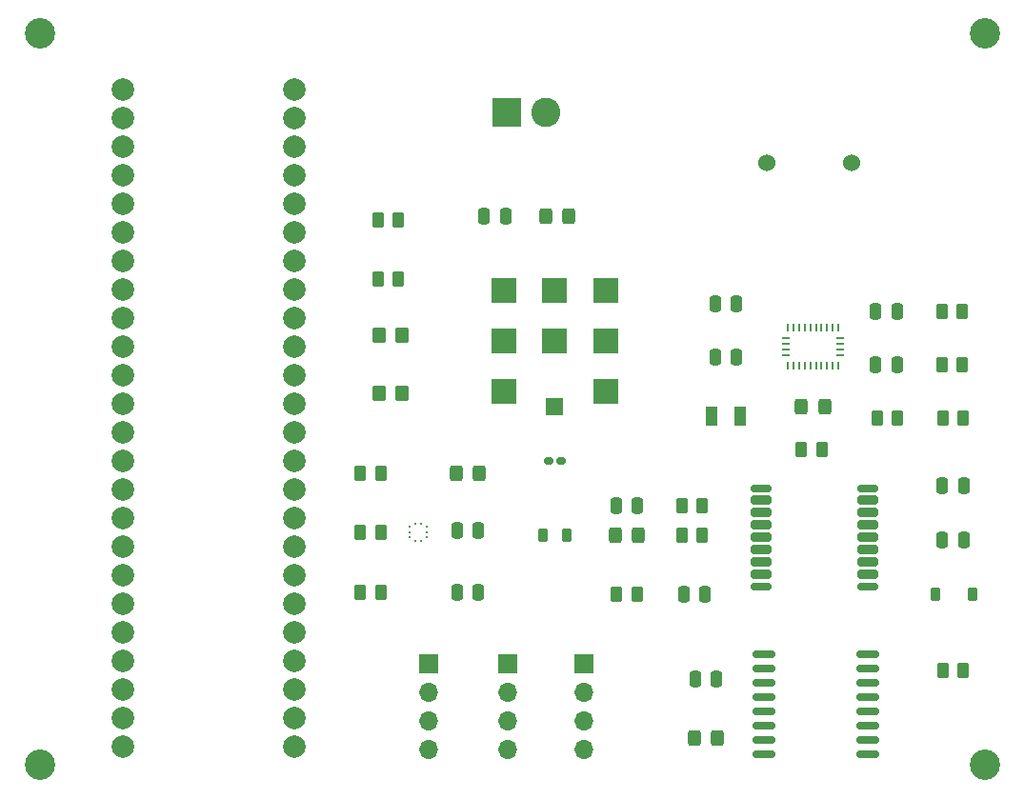
<source format=gbr>
%TF.GenerationSoftware,KiCad,Pcbnew,7.0.7*%
%TF.CreationDate,2024-01-17T20:42:02-05:00*%
%TF.ProjectId,Unified_Board,556e6966-6965-4645-9f42-6f6172642e6b,rev?*%
%TF.SameCoordinates,Original*%
%TF.FileFunction,Soldermask,Top*%
%TF.FilePolarity,Negative*%
%FSLAX46Y46*%
G04 Gerber Fmt 4.6, Leading zero omitted, Abs format (unit mm)*
G04 Created by KiCad (PCBNEW 7.0.7) date 2024-01-17 20:42:02*
%MOMM*%
%LPD*%
G01*
G04 APERTURE LIST*
G04 Aperture macros list*
%AMRoundRect*
0 Rectangle with rounded corners*
0 $1 Rounding radius*
0 $2 $3 $4 $5 $6 $7 $8 $9 X,Y pos of 4 corners*
0 Add a 4 corners polygon primitive as box body*
4,1,4,$2,$3,$4,$5,$6,$7,$8,$9,$2,$3,0*
0 Add four circle primitives for the rounded corners*
1,1,$1+$1,$2,$3*
1,1,$1+$1,$4,$5*
1,1,$1+$1,$6,$7*
1,1,$1+$1,$8,$9*
0 Add four rect primitives between the rounded corners*
20,1,$1+$1,$2,$3,$4,$5,0*
20,1,$1+$1,$4,$5,$6,$7,0*
20,1,$1+$1,$6,$7,$8,$9,0*
20,1,$1+$1,$8,$9,$2,$3,0*%
G04 Aperture macros list end*
%ADD10RoundRect,0.225000X-0.225000X-0.375000X0.225000X-0.375000X0.225000X0.375000X-0.225000X0.375000X0*%
%ADD11R,1.700000X1.700000*%
%ADD12O,1.700000X1.700000*%
%ADD13RoundRect,0.250000X-0.325000X-0.450000X0.325000X-0.450000X0.325000X0.450000X-0.325000X0.450000X0*%
%ADD14RoundRect,0.250000X-0.262500X-0.450000X0.262500X-0.450000X0.262500X0.450000X-0.262500X0.450000X0*%
%ADD15RoundRect,0.250000X0.250000X0.475000X-0.250000X0.475000X-0.250000X-0.475000X0.250000X-0.475000X0*%
%ADD16RoundRect,0.250000X-0.250000X-0.475000X0.250000X-0.475000X0.250000X0.475000X-0.250000X0.475000X0*%
%ADD17R,1.500000X1.500000*%
%ADD18R,2.300000X2.300000*%
%ADD19RoundRect,0.250000X0.325000X0.450000X-0.325000X0.450000X-0.325000X-0.450000X0.325000X-0.450000X0*%
%ADD20R,2.600000X2.600000*%
%ADD21C,2.600000*%
%ADD22R,0.250000X0.275000*%
%ADD23R,0.275000X0.250000*%
%ADD24C,2.700000*%
%ADD25C,1.524000*%
%ADD26R,0.254000X0.675000*%
%ADD27R,0.675000X0.254000*%
%ADD28RoundRect,0.150000X-0.875000X-0.150000X0.875000X-0.150000X0.875000X0.150000X-0.875000X0.150000X0*%
%ADD29R,1.000000X1.800000*%
%ADD30RoundRect,0.175000X0.725000X0.175000X-0.725000X0.175000X-0.725000X-0.175000X0.725000X-0.175000X0*%
%ADD31RoundRect,0.200000X0.700000X0.200000X-0.700000X0.200000X-0.700000X-0.200000X0.700000X-0.200000X0*%
%ADD32RoundRect,0.218750X0.218750X0.381250X-0.218750X0.381250X-0.218750X-0.381250X0.218750X-0.381250X0*%
%ADD33RoundRect,0.250000X-0.350000X-0.450000X0.350000X-0.450000X0.350000X0.450000X-0.350000X0.450000X0*%
%ADD34RoundRect,0.250000X0.262500X0.450000X-0.262500X0.450000X-0.262500X-0.450000X0.262500X-0.450000X0*%
%ADD35C,2.000000*%
%ADD36RoundRect,0.160000X-0.222500X-0.160000X0.222500X-0.160000X0.222500X0.160000X-0.222500X0.160000X0*%
G04 APERTURE END LIST*
D10*
%TO.C,D1*%
X152600000Y-89800000D03*
X155900000Y-89800000D03*
%TD*%
D11*
%TO.C,J3*%
X107600000Y-96000000D03*
D12*
X107600000Y-98540000D03*
X107600000Y-101080000D03*
X107600000Y-103620000D03*
%TD*%
D13*
%TO.C,D2*%
X131175000Y-102600000D03*
X133225000Y-102600000D03*
%TD*%
D14*
%TO.C,R15*%
X103087500Y-56600000D03*
X104912500Y-56600000D03*
%TD*%
D15*
%TO.C,C10*%
X133150000Y-97400000D03*
X131250000Y-97400000D03*
%TD*%
D16*
%TO.C,C7*%
X153250000Y-85000000D03*
X155150000Y-85000000D03*
%TD*%
D17*
%TO.C,ANT1*%
X118800000Y-73200000D03*
D18*
X114300000Y-71800000D03*
X123300000Y-71800000D03*
X114300000Y-67300000D03*
X118800000Y-67300000D03*
X123300000Y-67300000D03*
X114300000Y-62800000D03*
X118800000Y-62800000D03*
X123300000Y-62800000D03*
%TD*%
D16*
%TO.C,C12*%
X124250000Y-82000000D03*
X126150000Y-82000000D03*
%TD*%
D19*
%TO.C,D5*%
X142775000Y-73200000D03*
X140725000Y-73200000D03*
%TD*%
D15*
%TO.C,C11*%
X114400000Y-56200000D03*
X112500000Y-56200000D03*
%TD*%
D20*
%TO.C,J1*%
X114500000Y-47000000D03*
D21*
X118000000Y-47000000D03*
%TD*%
D14*
%TO.C,R4*%
X101525000Y-84300000D03*
X103350000Y-84300000D03*
%TD*%
%TO.C,R16*%
X130087500Y-82000000D03*
X131912500Y-82000000D03*
%TD*%
D22*
%TO.C,Alt1*%
X106887500Y-83537500D03*
X106387500Y-83537500D03*
D23*
X105875000Y-83800000D03*
X105875000Y-84300000D03*
X105875000Y-84800000D03*
D22*
X106387500Y-85062500D03*
X106887500Y-85062500D03*
D23*
X107400000Y-84800000D03*
X107400000Y-84300000D03*
X107400000Y-83800000D03*
%TD*%
D16*
%TO.C,C5*%
X133050000Y-68750000D03*
X134950000Y-68750000D03*
%TD*%
D14*
%TO.C,R3*%
X101525000Y-89700000D03*
X103350000Y-89700000D03*
%TD*%
D24*
%TO.C,H1*%
X157000000Y-40000000D03*
%TD*%
D25*
%TO.C,BZ1*%
X137650000Y-51500000D03*
X145150000Y-51500000D03*
%TD*%
D14*
%TO.C,R14*%
X103087500Y-61800000D03*
X104912500Y-61800000D03*
%TD*%
D13*
%TO.C,D4*%
X110012500Y-79100000D03*
X112062500Y-79100000D03*
%TD*%
%TO.C,D3*%
X124175000Y-84600000D03*
X126225000Y-84600000D03*
%TD*%
D11*
%TO.C,J2*%
X114600000Y-96000000D03*
D12*
X114600000Y-98540000D03*
X114600000Y-101080000D03*
X114600000Y-103620000D03*
%TD*%
D26*
%TO.C,U1*%
X144000000Y-69500000D03*
D27*
X144137500Y-68587500D03*
X144137500Y-68087500D03*
X144137500Y-67587500D03*
X144137500Y-67087500D03*
D26*
X144000000Y-66175000D03*
X143500000Y-66175000D03*
X143000000Y-66175000D03*
X142500000Y-66175000D03*
X142000000Y-66175000D03*
X141500000Y-66175000D03*
X141000000Y-66175000D03*
X140500000Y-66175000D03*
X140000000Y-66175000D03*
X139500000Y-66175000D03*
D27*
X139362500Y-67087500D03*
X139362500Y-67587500D03*
X139362500Y-68087500D03*
X139362500Y-68587500D03*
D26*
X139500000Y-69500000D03*
X140000000Y-69500000D03*
X140500000Y-69500000D03*
X141000000Y-69500000D03*
X141500000Y-69500000D03*
X142000000Y-69500000D03*
X142500000Y-69500000D03*
X143000000Y-69500000D03*
X143500000Y-69500000D03*
%TD*%
D28*
%TO.C,U3*%
X137350000Y-95155000D03*
X137350000Y-96425000D03*
X137350000Y-97695000D03*
X137350000Y-98965000D03*
X137350000Y-100235000D03*
X137350000Y-101505000D03*
X137350000Y-102775000D03*
X137350000Y-104045000D03*
X146650000Y-104045000D03*
X146650000Y-102775000D03*
X146650000Y-101505000D03*
X146650000Y-100235000D03*
X146650000Y-98965000D03*
X146650000Y-97695000D03*
X146650000Y-96425000D03*
X146650000Y-95155000D03*
%TD*%
D16*
%TO.C,C2*%
X110087500Y-84200000D03*
X111987500Y-84200000D03*
%TD*%
D14*
%TO.C,R11*%
X140687500Y-77000000D03*
X142512500Y-77000000D03*
%TD*%
%TO.C,R7*%
X153275000Y-74162500D03*
X155100000Y-74162500D03*
%TD*%
%TO.C,R12*%
X101525000Y-79100000D03*
X103350000Y-79100000D03*
%TD*%
D15*
%TO.C,C8*%
X155150000Y-80200000D03*
X153250000Y-80200000D03*
%TD*%
D29*
%TO.C,Y1*%
X132750000Y-74000000D03*
X135250000Y-74000000D03*
%TD*%
D30*
%TO.C,U2*%
X146600000Y-89200000D03*
D31*
X146600000Y-88100000D03*
X146600000Y-87000000D03*
X146600000Y-85900000D03*
X146600000Y-84800000D03*
X146600000Y-83700000D03*
X146600000Y-82600000D03*
X146600000Y-81500000D03*
D30*
X146600000Y-80400000D03*
X137100000Y-80400000D03*
D31*
X137100000Y-81500000D03*
X137100000Y-82600000D03*
X137100000Y-83700000D03*
X137100000Y-84800000D03*
X137100000Y-85900000D03*
X137100000Y-87000000D03*
X137100000Y-88100000D03*
D30*
X137100000Y-89200000D03*
%TD*%
D11*
%TO.C,J4*%
X121400000Y-96000000D03*
D12*
X121400000Y-98540000D03*
X121400000Y-101080000D03*
X121400000Y-103620000D03*
%TD*%
D14*
%TO.C,R6*%
X153187500Y-69412500D03*
X155012500Y-69412500D03*
%TD*%
D32*
%TO.C,FB1*%
X119862500Y-84600000D03*
X117737500Y-84600000D03*
%TD*%
D24*
%TO.C,H3*%
X73000000Y-105000000D03*
%TD*%
D15*
%TO.C,C1*%
X111987500Y-89700000D03*
X110087500Y-89700000D03*
%TD*%
D33*
%TO.C,R1*%
X103200000Y-66800000D03*
X105200000Y-66800000D03*
%TD*%
D14*
%TO.C,R5*%
X153187500Y-64662500D03*
X155012500Y-64662500D03*
%TD*%
D13*
%TO.C,D6*%
X117975000Y-56250000D03*
X120025000Y-56250000D03*
%TD*%
D34*
%TO.C,R9*%
X131912500Y-84600000D03*
X130087500Y-84600000D03*
%TD*%
D16*
%TO.C,C6*%
X133050000Y-64000000D03*
X134950000Y-64000000D03*
%TD*%
D15*
%TO.C,C9*%
X132150000Y-89800000D03*
X130250000Y-89800000D03*
%TD*%
D24*
%TO.C,H2*%
X73000000Y-40000000D03*
%TD*%
D16*
%TO.C,C3*%
X147300000Y-69412500D03*
X149200000Y-69412500D03*
%TD*%
D14*
%TO.C,R10*%
X153287500Y-96600000D03*
X155112500Y-96600000D03*
%TD*%
D24*
%TO.C,H4*%
X157000000Y-105000000D03*
%TD*%
D16*
%TO.C,C4*%
X147300000Y-64662500D03*
X149200000Y-64662500D03*
%TD*%
D34*
%TO.C,R8*%
X149250000Y-74162500D03*
X147425000Y-74162500D03*
%TD*%
D35*
%TO.C,Teensy4.1*%
X95620000Y-44990000D03*
X95620000Y-47530000D03*
X95620000Y-50070000D03*
X95620000Y-52610000D03*
X95620000Y-55150000D03*
X95620000Y-57690000D03*
X95620000Y-60230000D03*
X95620000Y-62770000D03*
X95620000Y-65310000D03*
X95620000Y-67850000D03*
X95620000Y-70390000D03*
X95620000Y-72930000D03*
X95620000Y-75470000D03*
X95620000Y-78010000D03*
X95620000Y-80550000D03*
X95620000Y-83090000D03*
X95620000Y-85630000D03*
X95620000Y-88170000D03*
X95620000Y-90710000D03*
X95620000Y-93250000D03*
X95620000Y-95790000D03*
X95620000Y-98330000D03*
X95620000Y-100870000D03*
X95620000Y-103410000D03*
X80380000Y-103410000D03*
X80380000Y-100870000D03*
X80380000Y-98330000D03*
X80380000Y-95790000D03*
X80380000Y-93250000D03*
X80380000Y-90710000D03*
X80380000Y-88170000D03*
X80380000Y-85630000D03*
X80380000Y-83090000D03*
X80380000Y-80550000D03*
X80380000Y-78010000D03*
X80380000Y-75470000D03*
X80380000Y-72930000D03*
X80380000Y-70390000D03*
X80380000Y-67850000D03*
X80380000Y-65310000D03*
X80380000Y-62770000D03*
X80380000Y-60230000D03*
X80380000Y-57690000D03*
X80380000Y-55150000D03*
X80380000Y-52610000D03*
X80380000Y-50070000D03*
X80380000Y-47530000D03*
X80380000Y-44990000D03*
%TD*%
D36*
%TO.C,D7*%
X118227500Y-78000000D03*
X119372500Y-78000000D03*
%TD*%
D14*
%TO.C,R13*%
X124287500Y-89800000D03*
X126112500Y-89800000D03*
%TD*%
D33*
%TO.C,R2*%
X103200000Y-72000000D03*
X105200000Y-72000000D03*
%TD*%
M02*

</source>
